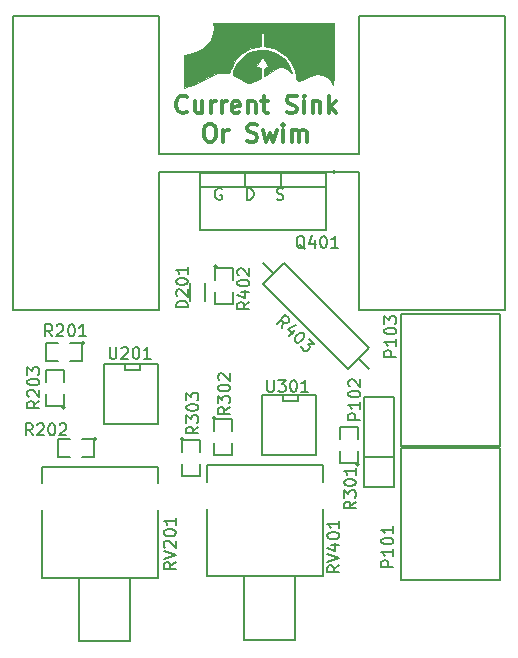
<source format=gbr>
G04 #@! TF.FileFunction,Legend,Top*
%FSLAX46Y46*%
G04 Gerber Fmt 4.6, Leading zero omitted, Abs format (unit mm)*
G04 Created by KiCad (PCBNEW 0.201502010101+5397~21~ubuntu14.04.1-product) date Tue 24 Feb 2015 10:52:37 PM EST*
%MOMM*%
G01*
G04 APERTURE LIST*
%ADD10C,0.100000*%
%ADD11C,0.300000*%
%ADD12C,0.150000*%
%ADD13R,0.700000X0.600000*%
%ADD14O,1.501140X2.499360*%
%ADD15R,0.889000X1.397000*%
%ADD16R,1.397000X0.889000*%
%ADD17C,1.998980*%
%ADD18R,1.143000X0.508000*%
%ADD19C,2.311400*%
%ADD20R,2.540000X2.540000*%
%ADD21O,2.540000X2.540000*%
%ADD22R,2.032000X1.727200*%
%ADD23O,2.032000X1.727200*%
%ADD24C,2.000000*%
%ADD25O,2.000000X2.200000*%
G04 APERTURE END LIST*
D10*
D11*
X120924572Y-43912714D02*
X120853143Y-43984143D01*
X120638857Y-44055571D01*
X120496000Y-44055571D01*
X120281715Y-43984143D01*
X120138857Y-43841286D01*
X120067429Y-43698429D01*
X119996000Y-43412714D01*
X119996000Y-43198429D01*
X120067429Y-42912714D01*
X120138857Y-42769857D01*
X120281715Y-42627000D01*
X120496000Y-42555571D01*
X120638857Y-42555571D01*
X120853143Y-42627000D01*
X120924572Y-42698429D01*
X122210286Y-43055571D02*
X122210286Y-44055571D01*
X121567429Y-43055571D02*
X121567429Y-43841286D01*
X121638857Y-43984143D01*
X121781715Y-44055571D01*
X121996000Y-44055571D01*
X122138857Y-43984143D01*
X122210286Y-43912714D01*
X122924572Y-44055571D02*
X122924572Y-43055571D01*
X122924572Y-43341286D02*
X122996000Y-43198429D01*
X123067429Y-43127000D01*
X123210286Y-43055571D01*
X123353143Y-43055571D01*
X123853143Y-44055571D02*
X123853143Y-43055571D01*
X123853143Y-43341286D02*
X123924571Y-43198429D01*
X123996000Y-43127000D01*
X124138857Y-43055571D01*
X124281714Y-43055571D01*
X125353142Y-43984143D02*
X125210285Y-44055571D01*
X124924571Y-44055571D01*
X124781714Y-43984143D01*
X124710285Y-43841286D01*
X124710285Y-43269857D01*
X124781714Y-43127000D01*
X124924571Y-43055571D01*
X125210285Y-43055571D01*
X125353142Y-43127000D01*
X125424571Y-43269857D01*
X125424571Y-43412714D01*
X124710285Y-43555571D01*
X126067428Y-43055571D02*
X126067428Y-44055571D01*
X126067428Y-43198429D02*
X126138856Y-43127000D01*
X126281714Y-43055571D01*
X126495999Y-43055571D01*
X126638856Y-43127000D01*
X126710285Y-43269857D01*
X126710285Y-44055571D01*
X127210285Y-43055571D02*
X127781714Y-43055571D01*
X127424571Y-42555571D02*
X127424571Y-43841286D01*
X127495999Y-43984143D01*
X127638857Y-44055571D01*
X127781714Y-44055571D01*
X129353142Y-43984143D02*
X129567428Y-44055571D01*
X129924571Y-44055571D01*
X130067428Y-43984143D01*
X130138857Y-43912714D01*
X130210285Y-43769857D01*
X130210285Y-43627000D01*
X130138857Y-43484143D01*
X130067428Y-43412714D01*
X129924571Y-43341286D01*
X129638857Y-43269857D01*
X129495999Y-43198429D01*
X129424571Y-43127000D01*
X129353142Y-42984143D01*
X129353142Y-42841286D01*
X129424571Y-42698429D01*
X129495999Y-42627000D01*
X129638857Y-42555571D01*
X129995999Y-42555571D01*
X130210285Y-42627000D01*
X130853142Y-44055571D02*
X130853142Y-43055571D01*
X130853142Y-42555571D02*
X130781713Y-42627000D01*
X130853142Y-42698429D01*
X130924570Y-42627000D01*
X130853142Y-42555571D01*
X130853142Y-42698429D01*
X131567428Y-43055571D02*
X131567428Y-44055571D01*
X131567428Y-43198429D02*
X131638856Y-43127000D01*
X131781714Y-43055571D01*
X131995999Y-43055571D01*
X132138856Y-43127000D01*
X132210285Y-43269857D01*
X132210285Y-44055571D01*
X132924571Y-44055571D02*
X132924571Y-42555571D01*
X133067428Y-43484143D02*
X133495999Y-44055571D01*
X133495999Y-43055571D02*
X132924571Y-43627000D01*
X122710286Y-44955571D02*
X122996000Y-44955571D01*
X123138858Y-45027000D01*
X123281715Y-45169857D01*
X123353143Y-45455571D01*
X123353143Y-45955571D01*
X123281715Y-46241286D01*
X123138858Y-46384143D01*
X122996000Y-46455571D01*
X122710286Y-46455571D01*
X122567429Y-46384143D01*
X122424572Y-46241286D01*
X122353143Y-45955571D01*
X122353143Y-45455571D01*
X122424572Y-45169857D01*
X122567429Y-45027000D01*
X122710286Y-44955571D01*
X123996001Y-46455571D02*
X123996001Y-45455571D01*
X123996001Y-45741286D02*
X124067429Y-45598429D01*
X124138858Y-45527000D01*
X124281715Y-45455571D01*
X124424572Y-45455571D01*
X125996000Y-46384143D02*
X126210286Y-46455571D01*
X126567429Y-46455571D01*
X126710286Y-46384143D01*
X126781715Y-46312714D01*
X126853143Y-46169857D01*
X126853143Y-46027000D01*
X126781715Y-45884143D01*
X126710286Y-45812714D01*
X126567429Y-45741286D01*
X126281715Y-45669857D01*
X126138857Y-45598429D01*
X126067429Y-45527000D01*
X125996000Y-45384143D01*
X125996000Y-45241286D01*
X126067429Y-45098429D01*
X126138857Y-45027000D01*
X126281715Y-44955571D01*
X126638857Y-44955571D01*
X126853143Y-45027000D01*
X127353143Y-45455571D02*
X127638857Y-46455571D01*
X127924571Y-45741286D01*
X128210286Y-46455571D01*
X128496000Y-45455571D01*
X129067429Y-46455571D02*
X129067429Y-45455571D01*
X129067429Y-44955571D02*
X128996000Y-45027000D01*
X129067429Y-45098429D01*
X129138857Y-45027000D01*
X129067429Y-44955571D01*
X129067429Y-45098429D01*
X129781715Y-46455571D02*
X129781715Y-45455571D01*
X129781715Y-45598429D02*
X129853143Y-45527000D01*
X129996001Y-45455571D01*
X130210286Y-45455571D01*
X130353143Y-45527000D01*
X130424572Y-45669857D01*
X130424572Y-46455571D01*
X130424572Y-45669857D02*
X130496001Y-45527000D01*
X130638858Y-45455571D01*
X130853143Y-45455571D01*
X130996001Y-45527000D01*
X131067429Y-45669857D01*
X131067429Y-46455571D01*
D12*
X121193000Y-58401000D02*
X121193000Y-59951000D01*
X122393000Y-58401000D02*
X122393000Y-59951000D01*
X125857000Y-49149000D02*
X125857000Y-50292000D01*
X128905000Y-49149000D02*
X128905000Y-50292000D01*
X132715000Y-50292000D02*
X132715000Y-53975000D01*
X132715000Y-53975000D02*
X122047000Y-53975000D01*
X122047000Y-53975000D02*
X122047000Y-50292000D01*
X132715000Y-49149000D02*
X132715000Y-50292000D01*
X132715000Y-50292000D02*
X122047000Y-50292000D01*
X122047000Y-50292000D02*
X122047000Y-49149000D01*
X127381000Y-49149000D02*
X122047000Y-49149000D01*
X127381000Y-49149000D02*
X132715000Y-49149000D01*
X112268000Y-63500000D02*
G75*
G03X112268000Y-63500000I-127000J0D01*
G01*
X110998000Y-63500000D02*
X112014000Y-63500000D01*
X112014000Y-63500000D02*
X112014000Y-65024000D01*
X112014000Y-65024000D02*
X110998000Y-65024000D01*
X109982000Y-65024000D02*
X108966000Y-65024000D01*
X108966000Y-65024000D02*
X108966000Y-63500000D01*
X108966000Y-63500000D02*
X109982000Y-63500000D01*
X113284000Y-71628000D02*
G75*
G03X113284000Y-71628000I-127000J0D01*
G01*
X112014000Y-71628000D02*
X113030000Y-71628000D01*
X113030000Y-71628000D02*
X113030000Y-73152000D01*
X113030000Y-73152000D02*
X112014000Y-73152000D01*
X110998000Y-73152000D02*
X109982000Y-73152000D01*
X109982000Y-73152000D02*
X109982000Y-71628000D01*
X109982000Y-71628000D02*
X110998000Y-71628000D01*
X110617000Y-68961000D02*
G75*
G03X110617000Y-68961000I-127000J0D01*
G01*
X110490000Y-67818000D02*
X110490000Y-68834000D01*
X110490000Y-68834000D02*
X108966000Y-68834000D01*
X108966000Y-68834000D02*
X108966000Y-67818000D01*
X108966000Y-66802000D02*
X108966000Y-65786000D01*
X108966000Y-65786000D02*
X110490000Y-65786000D01*
X110490000Y-65786000D02*
X110490000Y-66802000D01*
X135509000Y-73787000D02*
G75*
G03X135509000Y-73787000I-127000J0D01*
G01*
X135382000Y-72644000D02*
X135382000Y-73660000D01*
X135382000Y-73660000D02*
X133858000Y-73660000D01*
X133858000Y-73660000D02*
X133858000Y-72644000D01*
X133858000Y-71628000D02*
X133858000Y-70612000D01*
X133858000Y-70612000D02*
X135382000Y-70612000D01*
X135382000Y-70612000D02*
X135382000Y-71628000D01*
X123317000Y-69850000D02*
G75*
G03X123317000Y-69850000I-127000J0D01*
G01*
X123190000Y-70993000D02*
X123190000Y-69977000D01*
X123190000Y-69977000D02*
X124714000Y-69977000D01*
X124714000Y-69977000D02*
X124714000Y-70993000D01*
X124714000Y-72009000D02*
X124714000Y-73025000D01*
X124714000Y-73025000D02*
X123190000Y-73025000D01*
X123190000Y-73025000D02*
X123190000Y-72009000D01*
X120650000Y-71628000D02*
G75*
G03X120650000Y-71628000I-127000J0D01*
G01*
X120523000Y-72771000D02*
X120523000Y-71755000D01*
X120523000Y-71755000D02*
X122047000Y-71755000D01*
X122047000Y-71755000D02*
X122047000Y-72771000D01*
X122047000Y-73787000D02*
X122047000Y-74803000D01*
X122047000Y-74803000D02*
X120523000Y-74803000D01*
X120523000Y-74803000D02*
X120523000Y-73787000D01*
X123444000Y-57023000D02*
G75*
G03X123444000Y-57023000I-127000J0D01*
G01*
X123317000Y-58166000D02*
X123317000Y-57150000D01*
X123317000Y-57150000D02*
X124841000Y-57150000D01*
X124841000Y-57150000D02*
X124841000Y-58166000D01*
X124841000Y-59182000D02*
X124841000Y-60198000D01*
X124841000Y-60198000D02*
X123317000Y-60198000D01*
X123317000Y-60198000D02*
X123317000Y-59182000D01*
X129131923Y-56723872D02*
X127335872Y-58519923D01*
X127335872Y-58519923D02*
X134520077Y-65704128D01*
X134520077Y-65704128D02*
X136316128Y-63908077D01*
X136316128Y-63908077D02*
X129131923Y-56723872D01*
X136316128Y-65704128D02*
X135418102Y-64806102D01*
X127335872Y-56723872D02*
X128233898Y-57621898D01*
X118491000Y-65278000D02*
X118491000Y-70358000D01*
X118491000Y-70358000D02*
X113919000Y-70358000D01*
X113919000Y-70358000D02*
X113919000Y-65278000D01*
X113919000Y-65278000D02*
X118491000Y-65278000D01*
X116967000Y-65278000D02*
X116967000Y-65786000D01*
X116967000Y-65786000D02*
X115697000Y-65786000D01*
X115697000Y-65786000D02*
X115697000Y-65278000D01*
X131826000Y-67945000D02*
X131826000Y-73025000D01*
X131826000Y-73025000D02*
X127254000Y-73025000D01*
X127254000Y-73025000D02*
X127254000Y-67945000D01*
X127254000Y-67945000D02*
X131826000Y-67945000D01*
X130302000Y-67945000D02*
X130302000Y-68453000D01*
X130302000Y-68453000D02*
X129032000Y-68453000D01*
X129032000Y-68453000D02*
X129032000Y-67945000D01*
X118503700Y-60706000D02*
X106197400Y-60706000D01*
X147802600Y-60706000D02*
X135496300Y-60706000D01*
X135496300Y-35814000D02*
X147802600Y-35814000D01*
X106197400Y-35814000D02*
X118503700Y-35814000D01*
X135496300Y-49009300D02*
X135496300Y-60706000D01*
X118503700Y-49009300D02*
X118503700Y-60706000D01*
X118503700Y-47510700D02*
X118503700Y-35814000D01*
X135496300Y-47510700D02*
X135496300Y-35814000D01*
X118503700Y-49009300D02*
X135496300Y-49009300D01*
X118503700Y-47510700D02*
X135496300Y-47510700D01*
X147802600Y-35814000D02*
X147802600Y-60706000D01*
X106197400Y-60706000D02*
X106197400Y-35814000D01*
X139065000Y-83566000D02*
X147447000Y-83566000D01*
X147447000Y-81788000D02*
X147447000Y-77978000D01*
X147447000Y-83566000D02*
X147447000Y-72390000D01*
X147447000Y-72390000D02*
X139065000Y-72390000D01*
X139065000Y-72390000D02*
X139065000Y-83566000D01*
X139065000Y-72263000D02*
X147447000Y-72263000D01*
X147447000Y-70485000D02*
X147447000Y-66675000D01*
X147447000Y-72263000D02*
X147447000Y-61087000D01*
X147447000Y-61087000D02*
X139065000Y-61087000D01*
X139065000Y-61087000D02*
X139065000Y-72263000D01*
X138430000Y-73152000D02*
X138430000Y-68072000D01*
X138430000Y-68072000D02*
X135890000Y-68072000D01*
X135890000Y-68072000D02*
X135890000Y-73152000D01*
X135890000Y-75692000D02*
X135890000Y-73152000D01*
X135890000Y-73152000D02*
X138430000Y-73152000D01*
X135890000Y-75692000D02*
X138430000Y-75692000D01*
X138430000Y-75692000D02*
X138430000Y-73152000D01*
X111760000Y-83439000D02*
X111760000Y-88773000D01*
X111760000Y-88773000D02*
X116078000Y-88773000D01*
X116078000Y-88773000D02*
X116078000Y-83439000D01*
X108638000Y-73983000D02*
X118438000Y-73983000D01*
X108638000Y-83383000D02*
X118438000Y-83383000D01*
X118438000Y-73983000D02*
X118438000Y-83383000D01*
X108638000Y-73983000D02*
X108638000Y-83383000D01*
X125730000Y-83312000D02*
X125730000Y-88646000D01*
X125730000Y-88646000D02*
X130048000Y-88646000D01*
X130048000Y-88646000D02*
X130048000Y-83312000D01*
X122608000Y-73856000D02*
X132408000Y-73856000D01*
X122608000Y-83256000D02*
X132408000Y-83256000D01*
X132408000Y-73856000D02*
X132408000Y-83256000D01*
X122608000Y-73856000D02*
X122608000Y-83256000D01*
D10*
G36*
X133332589Y-49047175D02*
X133321406Y-49085500D01*
X133290503Y-49096136D01*
X133278701Y-48979666D01*
X133292007Y-48859471D01*
X133321406Y-48873833D01*
X133332589Y-49047175D01*
X133332589Y-49047175D01*
X133332589Y-49047175D01*
G37*
X133332589Y-49047175D02*
X133321406Y-49085500D01*
X133290503Y-49096136D01*
X133278701Y-48979666D01*
X133292007Y-48859471D01*
X133321406Y-48873833D01*
X133332589Y-49047175D01*
X133332589Y-49047175D01*
G36*
X133350000Y-36449000D02*
X133342364Y-39179500D01*
X133338041Y-39954221D01*
X133329920Y-40593411D01*
X133318217Y-41090526D01*
X133303150Y-41439025D01*
X133284937Y-41632365D01*
X133263794Y-41664004D01*
X133260074Y-41653350D01*
X133070103Y-41287213D01*
X132754746Y-41002869D01*
X132347069Y-40822390D01*
X131932164Y-40767000D01*
X131658011Y-40810884D01*
X131293298Y-40931835D01*
X130987667Y-41065032D01*
X130631328Y-41223777D01*
X130393129Y-41287965D01*
X130245805Y-41249827D01*
X130162094Y-41101596D01*
X130114734Y-40835503D01*
X130112456Y-40815645D01*
X129968407Y-40253246D01*
X129682376Y-39719193D01*
X129281710Y-39241377D01*
X128793760Y-38847690D01*
X128245874Y-38566024D01*
X127783166Y-38440151D01*
X127423333Y-38381449D01*
X127423333Y-37796224D01*
X127415702Y-37476531D01*
X127388292Y-37294443D01*
X127334326Y-37218729D01*
X127296333Y-37211000D01*
X127226956Y-37246162D01*
X127187441Y-37372469D01*
X127171010Y-37621149D01*
X127169333Y-37796224D01*
X127169333Y-38381449D01*
X126818123Y-38440785D01*
X126331150Y-38565439D01*
X125882034Y-38782025D01*
X125582820Y-38981794D01*
X125292910Y-39242853D01*
X125009235Y-39582731D01*
X124769564Y-39948015D01*
X124611668Y-40285290D01*
X124579925Y-40400102D01*
X124541836Y-40554651D01*
X124476649Y-40629126D01*
X124337089Y-40644493D01*
X124079362Y-40622074D01*
X123889566Y-40608301D01*
X123720129Y-40617918D01*
X123536381Y-40661839D01*
X123303651Y-40750975D01*
X122987270Y-40896240D01*
X122585699Y-41092197D01*
X122156554Y-41300234D01*
X121738569Y-41496489D01*
X121376700Y-41660254D01*
X121115903Y-41770817D01*
X121094500Y-41779156D01*
X120650000Y-41949862D01*
X120650000Y-40516952D01*
X120650000Y-39084042D01*
X121052166Y-39024060D01*
X121639648Y-38870012D01*
X122160961Y-38605021D01*
X122595799Y-38250181D01*
X122923858Y-37826588D01*
X123124832Y-37355335D01*
X123178417Y-36857518D01*
X123175785Y-36817891D01*
X123146446Y-36449000D01*
X128248223Y-36449000D01*
X133350000Y-36449000D01*
X133350000Y-36449000D01*
X133350000Y-36449000D01*
G37*
X133350000Y-36449000D02*
X133342364Y-39179500D01*
X133338041Y-39954221D01*
X133329920Y-40593411D01*
X133318217Y-41090526D01*
X133303150Y-41439025D01*
X133284937Y-41632365D01*
X133263794Y-41664004D01*
X133260074Y-41653350D01*
X133070103Y-41287213D01*
X132754746Y-41002869D01*
X132347069Y-40822390D01*
X131932164Y-40767000D01*
X131658011Y-40810884D01*
X131293298Y-40931835D01*
X130987667Y-41065032D01*
X130631328Y-41223777D01*
X130393129Y-41287965D01*
X130245805Y-41249827D01*
X130162094Y-41101596D01*
X130114734Y-40835503D01*
X130112456Y-40815645D01*
X129968407Y-40253246D01*
X129682376Y-39719193D01*
X129281710Y-39241377D01*
X128793760Y-38847690D01*
X128245874Y-38566024D01*
X127783166Y-38440151D01*
X127423333Y-38381449D01*
X127423333Y-37796224D01*
X127415702Y-37476531D01*
X127388292Y-37294443D01*
X127334326Y-37218729D01*
X127296333Y-37211000D01*
X127226956Y-37246162D01*
X127187441Y-37372469D01*
X127171010Y-37621149D01*
X127169333Y-37796224D01*
X127169333Y-38381449D01*
X126818123Y-38440785D01*
X126331150Y-38565439D01*
X125882034Y-38782025D01*
X125582820Y-38981794D01*
X125292910Y-39242853D01*
X125009235Y-39582731D01*
X124769564Y-39948015D01*
X124611668Y-40285290D01*
X124579925Y-40400102D01*
X124541836Y-40554651D01*
X124476649Y-40629126D01*
X124337089Y-40644493D01*
X124079362Y-40622074D01*
X123889566Y-40608301D01*
X123720129Y-40617918D01*
X123536381Y-40661839D01*
X123303651Y-40750975D01*
X122987270Y-40896240D01*
X122585699Y-41092197D01*
X122156554Y-41300234D01*
X121738569Y-41496489D01*
X121376700Y-41660254D01*
X121115903Y-41770817D01*
X121094500Y-41779156D01*
X120650000Y-41949862D01*
X120650000Y-40516952D01*
X120650000Y-39084042D01*
X121052166Y-39024060D01*
X121639648Y-38870012D01*
X122160961Y-38605021D01*
X122595799Y-38250181D01*
X122923858Y-37826588D01*
X123124832Y-37355335D01*
X123178417Y-36857518D01*
X123175785Y-36817891D01*
X123146446Y-36449000D01*
X128248223Y-36449000D01*
X133350000Y-36449000D01*
X133350000Y-36449000D01*
G36*
X129775091Y-40622962D02*
X129742605Y-40637170D01*
X129630231Y-40546687D01*
X129482437Y-40407166D01*
X129215450Y-40191026D01*
X128974172Y-40106330D01*
X128717188Y-40152568D01*
X128403080Y-40329234D01*
X128312062Y-40392797D01*
X128041096Y-40579590D01*
X127788070Y-40741917D01*
X127656166Y-40818305D01*
X127423333Y-40940681D01*
X127423333Y-40557507D01*
X127431990Y-40321553D01*
X127474630Y-40209434D01*
X127576255Y-40175891D01*
X127635000Y-40174333D01*
X127794269Y-40157778D01*
X127846666Y-40126088D01*
X127802955Y-40034364D01*
X127694539Y-39861221D01*
X127555494Y-39656098D01*
X127419898Y-39468433D01*
X127321828Y-39347664D01*
X127296333Y-39327666D01*
X127233110Y-39391082D01*
X127113766Y-39548372D01*
X126972380Y-39750097D01*
X126843026Y-39946819D01*
X126759783Y-40089100D01*
X126746000Y-40126088D01*
X126818632Y-40162390D01*
X126957666Y-40174333D01*
X127078788Y-40186384D01*
X127141917Y-40250132D01*
X127165826Y-40406971D01*
X127169333Y-40641067D01*
X127169333Y-41107801D01*
X126693131Y-41318400D01*
X126434451Y-41428513D01*
X126241169Y-41502839D01*
X126163964Y-41523984D01*
X126070340Y-41484167D01*
X125865081Y-41381990D01*
X125585234Y-41236133D01*
X125450291Y-41164151D01*
X125135596Y-40992278D01*
X124943463Y-40871532D01*
X124846740Y-40773913D01*
X124818280Y-40671425D01*
X124830933Y-40536068D01*
X124832320Y-40526859D01*
X124903065Y-40294870D01*
X125038125Y-40006112D01*
X125141009Y-39829938D01*
X125543280Y-39342257D01*
X126021232Y-38988447D01*
X126551491Y-38765046D01*
X127110679Y-38668589D01*
X127675420Y-38695612D01*
X128222338Y-38842650D01*
X128728057Y-39106239D01*
X129169200Y-39482916D01*
X129522392Y-39969216D01*
X129750310Y-40513000D01*
X129775091Y-40622962D01*
X129775091Y-40622962D01*
X129775091Y-40622962D01*
G37*
X129775091Y-40622962D02*
X129742605Y-40637170D01*
X129630231Y-40546687D01*
X129482437Y-40407166D01*
X129215450Y-40191026D01*
X128974172Y-40106330D01*
X128717188Y-40152568D01*
X128403080Y-40329234D01*
X128312062Y-40392797D01*
X128041096Y-40579590D01*
X127788070Y-40741917D01*
X127656166Y-40818305D01*
X127423333Y-40940681D01*
X127423333Y-40557507D01*
X127431990Y-40321553D01*
X127474630Y-40209434D01*
X127576255Y-40175891D01*
X127635000Y-40174333D01*
X127794269Y-40157778D01*
X127846666Y-40126088D01*
X127802955Y-40034364D01*
X127694539Y-39861221D01*
X127555494Y-39656098D01*
X127419898Y-39468433D01*
X127321828Y-39347664D01*
X127296333Y-39327666D01*
X127233110Y-39391082D01*
X127113766Y-39548372D01*
X126972380Y-39750097D01*
X126843026Y-39946819D01*
X126759783Y-40089100D01*
X126746000Y-40126088D01*
X126818632Y-40162390D01*
X126957666Y-40174333D01*
X127078788Y-40186384D01*
X127141917Y-40250132D01*
X127165826Y-40406971D01*
X127169333Y-40641067D01*
X127169333Y-41107801D01*
X126693131Y-41318400D01*
X126434451Y-41428513D01*
X126241169Y-41502839D01*
X126163964Y-41523984D01*
X126070340Y-41484167D01*
X125865081Y-41381990D01*
X125585234Y-41236133D01*
X125450291Y-41164151D01*
X125135596Y-40992278D01*
X124943463Y-40871532D01*
X124846740Y-40773913D01*
X124818280Y-40671425D01*
X124830933Y-40536068D01*
X124832320Y-40526859D01*
X124903065Y-40294870D01*
X125038125Y-40006112D01*
X125141009Y-39829938D01*
X125543280Y-39342257D01*
X126021232Y-38988447D01*
X126551491Y-38765046D01*
X127110679Y-38668589D01*
X127675420Y-38695612D01*
X128222338Y-38842650D01*
X128728057Y-39106239D01*
X129169200Y-39482916D01*
X129522392Y-39969216D01*
X129750310Y-40513000D01*
X129775091Y-40622962D01*
X129775091Y-40622962D01*
D12*
X120975381Y-60491476D02*
X119975381Y-60491476D01*
X119975381Y-60253381D01*
X120023000Y-60110523D01*
X120118238Y-60015285D01*
X120213476Y-59967666D01*
X120403952Y-59920047D01*
X120546810Y-59920047D01*
X120737286Y-59967666D01*
X120832524Y-60015285D01*
X120927762Y-60110523D01*
X120975381Y-60253381D01*
X120975381Y-60491476D01*
X120070619Y-59539095D02*
X120023000Y-59491476D01*
X119975381Y-59396238D01*
X119975381Y-59158142D01*
X120023000Y-59062904D01*
X120070619Y-59015285D01*
X120165857Y-58967666D01*
X120261095Y-58967666D01*
X120403952Y-59015285D01*
X120975381Y-59586714D01*
X120975381Y-58967666D01*
X119975381Y-58348619D02*
X119975381Y-58253380D01*
X120023000Y-58158142D01*
X120070619Y-58110523D01*
X120165857Y-58062904D01*
X120356333Y-58015285D01*
X120594429Y-58015285D01*
X120784905Y-58062904D01*
X120880143Y-58110523D01*
X120927762Y-58158142D01*
X120975381Y-58253380D01*
X120975381Y-58348619D01*
X120927762Y-58443857D01*
X120880143Y-58491476D01*
X120784905Y-58539095D01*
X120594429Y-58586714D01*
X120356333Y-58586714D01*
X120165857Y-58539095D01*
X120070619Y-58491476D01*
X120023000Y-58443857D01*
X119975381Y-58348619D01*
X120975381Y-57062904D02*
X120975381Y-57634333D01*
X120975381Y-57348619D02*
X119975381Y-57348619D01*
X120118238Y-57443857D01*
X120213476Y-57539095D01*
X120261095Y-57634333D01*
X130905381Y-55538619D02*
X130810143Y-55491000D01*
X130714905Y-55395762D01*
X130572048Y-55252905D01*
X130476809Y-55205286D01*
X130381571Y-55205286D01*
X130429190Y-55443381D02*
X130333952Y-55395762D01*
X130238714Y-55300524D01*
X130191095Y-55110048D01*
X130191095Y-54776714D01*
X130238714Y-54586238D01*
X130333952Y-54491000D01*
X130429190Y-54443381D01*
X130619667Y-54443381D01*
X130714905Y-54491000D01*
X130810143Y-54586238D01*
X130857762Y-54776714D01*
X130857762Y-55110048D01*
X130810143Y-55300524D01*
X130714905Y-55395762D01*
X130619667Y-55443381D01*
X130429190Y-55443381D01*
X131714905Y-54776714D02*
X131714905Y-55443381D01*
X131476809Y-54395762D02*
X131238714Y-55110048D01*
X131857762Y-55110048D01*
X132429190Y-54443381D02*
X132524429Y-54443381D01*
X132619667Y-54491000D01*
X132667286Y-54538619D01*
X132714905Y-54633857D01*
X132762524Y-54824333D01*
X132762524Y-55062429D01*
X132714905Y-55252905D01*
X132667286Y-55348143D01*
X132619667Y-55395762D01*
X132524429Y-55443381D01*
X132429190Y-55443381D01*
X132333952Y-55395762D01*
X132286333Y-55348143D01*
X132238714Y-55252905D01*
X132191095Y-55062429D01*
X132191095Y-54824333D01*
X132238714Y-54633857D01*
X132286333Y-54538619D01*
X132333952Y-54491000D01*
X132429190Y-54443381D01*
X133714905Y-55443381D02*
X133143476Y-55443381D01*
X133429190Y-55443381D02*
X133429190Y-54443381D01*
X133333952Y-54586238D01*
X133238714Y-54681476D01*
X133143476Y-54729095D01*
X128492286Y-51331762D02*
X128635143Y-51379381D01*
X128873239Y-51379381D01*
X128968477Y-51331762D01*
X129016096Y-51284143D01*
X129063715Y-51188905D01*
X129063715Y-51093667D01*
X129016096Y-50998429D01*
X128968477Y-50950810D01*
X128873239Y-50903190D01*
X128682762Y-50855571D01*
X128587524Y-50807952D01*
X128539905Y-50760333D01*
X128492286Y-50665095D01*
X128492286Y-50569857D01*
X128539905Y-50474619D01*
X128587524Y-50427000D01*
X128682762Y-50379381D01*
X128920858Y-50379381D01*
X129063715Y-50427000D01*
X125976095Y-51379381D02*
X125976095Y-50379381D01*
X126214190Y-50379381D01*
X126357048Y-50427000D01*
X126452286Y-50522238D01*
X126499905Y-50617476D01*
X126547524Y-50807952D01*
X126547524Y-50950810D01*
X126499905Y-51141286D01*
X126452286Y-51236524D01*
X126357048Y-51331762D01*
X126214190Y-51379381D01*
X125976095Y-51379381D01*
X123832905Y-50427000D02*
X123737667Y-50379381D01*
X123594810Y-50379381D01*
X123451952Y-50427000D01*
X123356714Y-50522238D01*
X123309095Y-50617476D01*
X123261476Y-50807952D01*
X123261476Y-50950810D01*
X123309095Y-51141286D01*
X123356714Y-51236524D01*
X123451952Y-51331762D01*
X123594810Y-51379381D01*
X123690048Y-51379381D01*
X123832905Y-51331762D01*
X123880524Y-51284143D01*
X123880524Y-50950810D01*
X123690048Y-50950810D01*
X109497953Y-62936381D02*
X109164619Y-62460190D01*
X108926524Y-62936381D02*
X108926524Y-61936381D01*
X109307477Y-61936381D01*
X109402715Y-61984000D01*
X109450334Y-62031619D01*
X109497953Y-62126857D01*
X109497953Y-62269714D01*
X109450334Y-62364952D01*
X109402715Y-62412571D01*
X109307477Y-62460190D01*
X108926524Y-62460190D01*
X109878905Y-62031619D02*
X109926524Y-61984000D01*
X110021762Y-61936381D01*
X110259858Y-61936381D01*
X110355096Y-61984000D01*
X110402715Y-62031619D01*
X110450334Y-62126857D01*
X110450334Y-62222095D01*
X110402715Y-62364952D01*
X109831286Y-62936381D01*
X110450334Y-62936381D01*
X111069381Y-61936381D02*
X111164620Y-61936381D01*
X111259858Y-61984000D01*
X111307477Y-62031619D01*
X111355096Y-62126857D01*
X111402715Y-62317333D01*
X111402715Y-62555429D01*
X111355096Y-62745905D01*
X111307477Y-62841143D01*
X111259858Y-62888762D01*
X111164620Y-62936381D01*
X111069381Y-62936381D01*
X110974143Y-62888762D01*
X110926524Y-62841143D01*
X110878905Y-62745905D01*
X110831286Y-62555429D01*
X110831286Y-62317333D01*
X110878905Y-62126857D01*
X110926524Y-62031619D01*
X110974143Y-61984000D01*
X111069381Y-61936381D01*
X112355096Y-62936381D02*
X111783667Y-62936381D01*
X112069381Y-62936381D02*
X112069381Y-61936381D01*
X111974143Y-62079238D01*
X111878905Y-62174476D01*
X111783667Y-62222095D01*
X107846953Y-71318381D02*
X107513619Y-70842190D01*
X107275524Y-71318381D02*
X107275524Y-70318381D01*
X107656477Y-70318381D01*
X107751715Y-70366000D01*
X107799334Y-70413619D01*
X107846953Y-70508857D01*
X107846953Y-70651714D01*
X107799334Y-70746952D01*
X107751715Y-70794571D01*
X107656477Y-70842190D01*
X107275524Y-70842190D01*
X108227905Y-70413619D02*
X108275524Y-70366000D01*
X108370762Y-70318381D01*
X108608858Y-70318381D01*
X108704096Y-70366000D01*
X108751715Y-70413619D01*
X108799334Y-70508857D01*
X108799334Y-70604095D01*
X108751715Y-70746952D01*
X108180286Y-71318381D01*
X108799334Y-71318381D01*
X109418381Y-70318381D02*
X109513620Y-70318381D01*
X109608858Y-70366000D01*
X109656477Y-70413619D01*
X109704096Y-70508857D01*
X109751715Y-70699333D01*
X109751715Y-70937429D01*
X109704096Y-71127905D01*
X109656477Y-71223143D01*
X109608858Y-71270762D01*
X109513620Y-71318381D01*
X109418381Y-71318381D01*
X109323143Y-71270762D01*
X109275524Y-71223143D01*
X109227905Y-71127905D01*
X109180286Y-70937429D01*
X109180286Y-70699333D01*
X109227905Y-70508857D01*
X109275524Y-70413619D01*
X109323143Y-70366000D01*
X109418381Y-70318381D01*
X110132667Y-70413619D02*
X110180286Y-70366000D01*
X110275524Y-70318381D01*
X110513620Y-70318381D01*
X110608858Y-70366000D01*
X110656477Y-70413619D01*
X110704096Y-70508857D01*
X110704096Y-70604095D01*
X110656477Y-70746952D01*
X110085048Y-71318381D01*
X110704096Y-71318381D01*
X108402381Y-68429047D02*
X107926190Y-68762381D01*
X108402381Y-69000476D02*
X107402381Y-69000476D01*
X107402381Y-68619523D01*
X107450000Y-68524285D01*
X107497619Y-68476666D01*
X107592857Y-68429047D01*
X107735714Y-68429047D01*
X107830952Y-68476666D01*
X107878571Y-68524285D01*
X107926190Y-68619523D01*
X107926190Y-69000476D01*
X107497619Y-68048095D02*
X107450000Y-68000476D01*
X107402381Y-67905238D01*
X107402381Y-67667142D01*
X107450000Y-67571904D01*
X107497619Y-67524285D01*
X107592857Y-67476666D01*
X107688095Y-67476666D01*
X107830952Y-67524285D01*
X108402381Y-68095714D01*
X108402381Y-67476666D01*
X107402381Y-66857619D02*
X107402381Y-66762380D01*
X107450000Y-66667142D01*
X107497619Y-66619523D01*
X107592857Y-66571904D01*
X107783333Y-66524285D01*
X108021429Y-66524285D01*
X108211905Y-66571904D01*
X108307143Y-66619523D01*
X108354762Y-66667142D01*
X108402381Y-66762380D01*
X108402381Y-66857619D01*
X108354762Y-66952857D01*
X108307143Y-67000476D01*
X108211905Y-67048095D01*
X108021429Y-67095714D01*
X107783333Y-67095714D01*
X107592857Y-67048095D01*
X107497619Y-67000476D01*
X107450000Y-66952857D01*
X107402381Y-66857619D01*
X107402381Y-66190952D02*
X107402381Y-65571904D01*
X107783333Y-65905238D01*
X107783333Y-65762380D01*
X107830952Y-65667142D01*
X107878571Y-65619523D01*
X107973810Y-65571904D01*
X108211905Y-65571904D01*
X108307143Y-65619523D01*
X108354762Y-65667142D01*
X108402381Y-65762380D01*
X108402381Y-66048095D01*
X108354762Y-66143333D01*
X108307143Y-66190952D01*
X135199381Y-76938047D02*
X134723190Y-77271381D01*
X135199381Y-77509476D02*
X134199381Y-77509476D01*
X134199381Y-77128523D01*
X134247000Y-77033285D01*
X134294619Y-76985666D01*
X134389857Y-76938047D01*
X134532714Y-76938047D01*
X134627952Y-76985666D01*
X134675571Y-77033285D01*
X134723190Y-77128523D01*
X134723190Y-77509476D01*
X134199381Y-76604714D02*
X134199381Y-75985666D01*
X134580333Y-76319000D01*
X134580333Y-76176142D01*
X134627952Y-76080904D01*
X134675571Y-76033285D01*
X134770810Y-75985666D01*
X135008905Y-75985666D01*
X135104143Y-76033285D01*
X135151762Y-76080904D01*
X135199381Y-76176142D01*
X135199381Y-76461857D01*
X135151762Y-76557095D01*
X135104143Y-76604714D01*
X134199381Y-75366619D02*
X134199381Y-75271380D01*
X134247000Y-75176142D01*
X134294619Y-75128523D01*
X134389857Y-75080904D01*
X134580333Y-75033285D01*
X134818429Y-75033285D01*
X135008905Y-75080904D01*
X135104143Y-75128523D01*
X135151762Y-75176142D01*
X135199381Y-75271380D01*
X135199381Y-75366619D01*
X135151762Y-75461857D01*
X135104143Y-75509476D01*
X135008905Y-75557095D01*
X134818429Y-75604714D01*
X134580333Y-75604714D01*
X134389857Y-75557095D01*
X134294619Y-75509476D01*
X134247000Y-75461857D01*
X134199381Y-75366619D01*
X135199381Y-74080904D02*
X135199381Y-74652333D01*
X135199381Y-74366619D02*
X134199381Y-74366619D01*
X134342238Y-74461857D01*
X134437476Y-74557095D01*
X134485095Y-74652333D01*
X124531381Y-68937047D02*
X124055190Y-69270381D01*
X124531381Y-69508476D02*
X123531381Y-69508476D01*
X123531381Y-69127523D01*
X123579000Y-69032285D01*
X123626619Y-68984666D01*
X123721857Y-68937047D01*
X123864714Y-68937047D01*
X123959952Y-68984666D01*
X124007571Y-69032285D01*
X124055190Y-69127523D01*
X124055190Y-69508476D01*
X123531381Y-68603714D02*
X123531381Y-67984666D01*
X123912333Y-68318000D01*
X123912333Y-68175142D01*
X123959952Y-68079904D01*
X124007571Y-68032285D01*
X124102810Y-67984666D01*
X124340905Y-67984666D01*
X124436143Y-68032285D01*
X124483762Y-68079904D01*
X124531381Y-68175142D01*
X124531381Y-68460857D01*
X124483762Y-68556095D01*
X124436143Y-68603714D01*
X123531381Y-67365619D02*
X123531381Y-67270380D01*
X123579000Y-67175142D01*
X123626619Y-67127523D01*
X123721857Y-67079904D01*
X123912333Y-67032285D01*
X124150429Y-67032285D01*
X124340905Y-67079904D01*
X124436143Y-67127523D01*
X124483762Y-67175142D01*
X124531381Y-67270380D01*
X124531381Y-67365619D01*
X124483762Y-67460857D01*
X124436143Y-67508476D01*
X124340905Y-67556095D01*
X124150429Y-67603714D01*
X123912333Y-67603714D01*
X123721857Y-67556095D01*
X123626619Y-67508476D01*
X123579000Y-67460857D01*
X123531381Y-67365619D01*
X123626619Y-66651333D02*
X123579000Y-66603714D01*
X123531381Y-66508476D01*
X123531381Y-66270380D01*
X123579000Y-66175142D01*
X123626619Y-66127523D01*
X123721857Y-66079904D01*
X123817095Y-66079904D01*
X123959952Y-66127523D01*
X124531381Y-66698952D01*
X124531381Y-66079904D01*
X121864381Y-70588047D02*
X121388190Y-70921381D01*
X121864381Y-71159476D02*
X120864381Y-71159476D01*
X120864381Y-70778523D01*
X120912000Y-70683285D01*
X120959619Y-70635666D01*
X121054857Y-70588047D01*
X121197714Y-70588047D01*
X121292952Y-70635666D01*
X121340571Y-70683285D01*
X121388190Y-70778523D01*
X121388190Y-71159476D01*
X120864381Y-70254714D02*
X120864381Y-69635666D01*
X121245333Y-69969000D01*
X121245333Y-69826142D01*
X121292952Y-69730904D01*
X121340571Y-69683285D01*
X121435810Y-69635666D01*
X121673905Y-69635666D01*
X121769143Y-69683285D01*
X121816762Y-69730904D01*
X121864381Y-69826142D01*
X121864381Y-70111857D01*
X121816762Y-70207095D01*
X121769143Y-70254714D01*
X120864381Y-69016619D02*
X120864381Y-68921380D01*
X120912000Y-68826142D01*
X120959619Y-68778523D01*
X121054857Y-68730904D01*
X121245333Y-68683285D01*
X121483429Y-68683285D01*
X121673905Y-68730904D01*
X121769143Y-68778523D01*
X121816762Y-68826142D01*
X121864381Y-68921380D01*
X121864381Y-69016619D01*
X121816762Y-69111857D01*
X121769143Y-69159476D01*
X121673905Y-69207095D01*
X121483429Y-69254714D01*
X121245333Y-69254714D01*
X121054857Y-69207095D01*
X120959619Y-69159476D01*
X120912000Y-69111857D01*
X120864381Y-69016619D01*
X120864381Y-68349952D02*
X120864381Y-67730904D01*
X121245333Y-68064238D01*
X121245333Y-67921380D01*
X121292952Y-67826142D01*
X121340571Y-67778523D01*
X121435810Y-67730904D01*
X121673905Y-67730904D01*
X121769143Y-67778523D01*
X121816762Y-67826142D01*
X121864381Y-67921380D01*
X121864381Y-68207095D01*
X121816762Y-68302333D01*
X121769143Y-68349952D01*
X126182381Y-60047047D02*
X125706190Y-60380381D01*
X126182381Y-60618476D02*
X125182381Y-60618476D01*
X125182381Y-60237523D01*
X125230000Y-60142285D01*
X125277619Y-60094666D01*
X125372857Y-60047047D01*
X125515714Y-60047047D01*
X125610952Y-60094666D01*
X125658571Y-60142285D01*
X125706190Y-60237523D01*
X125706190Y-60618476D01*
X125515714Y-59189904D02*
X126182381Y-59189904D01*
X125134762Y-59428000D02*
X125849048Y-59666095D01*
X125849048Y-59047047D01*
X125182381Y-58475619D02*
X125182381Y-58380380D01*
X125230000Y-58285142D01*
X125277619Y-58237523D01*
X125372857Y-58189904D01*
X125563333Y-58142285D01*
X125801429Y-58142285D01*
X125991905Y-58189904D01*
X126087143Y-58237523D01*
X126134762Y-58285142D01*
X126182381Y-58380380D01*
X126182381Y-58475619D01*
X126134762Y-58570857D01*
X126087143Y-58618476D01*
X125991905Y-58666095D01*
X125801429Y-58713714D01*
X125563333Y-58713714D01*
X125372857Y-58666095D01*
X125277619Y-58618476D01*
X125230000Y-58570857D01*
X125182381Y-58475619D01*
X125277619Y-57761333D02*
X125230000Y-57713714D01*
X125182381Y-57618476D01*
X125182381Y-57380380D01*
X125230000Y-57285142D01*
X125277619Y-57237523D01*
X125372857Y-57189904D01*
X125468095Y-57189904D01*
X125610952Y-57237523D01*
X126182381Y-57808952D01*
X126182381Y-57189904D01*
X128936833Y-62266596D02*
X129037848Y-61694175D01*
X128532771Y-61862535D02*
X129239878Y-61155428D01*
X129509253Y-61424802D01*
X129542924Y-61525817D01*
X129542924Y-61593161D01*
X129509253Y-61694176D01*
X129408237Y-61795191D01*
X129307222Y-61828863D01*
X129239879Y-61828863D01*
X129138864Y-61795191D01*
X128869489Y-61525817D01*
X130014329Y-62401283D02*
X129542924Y-62872688D01*
X130115343Y-61963550D02*
X129441908Y-62300268D01*
X129879641Y-62738001D01*
X130755107Y-62670657D02*
X130822451Y-62738001D01*
X130856123Y-62839016D01*
X130856123Y-62906359D01*
X130822451Y-63007374D01*
X130721436Y-63175733D01*
X130553076Y-63344092D01*
X130384718Y-63445107D01*
X130283703Y-63478779D01*
X130216359Y-63478779D01*
X130115344Y-63445107D01*
X130048000Y-63377763D01*
X130014328Y-63276748D01*
X130014328Y-63209405D01*
X130048000Y-63108390D01*
X130149015Y-62940031D01*
X130317374Y-62771672D01*
X130485733Y-62670657D01*
X130586748Y-62636985D01*
X130654092Y-62636985D01*
X130755107Y-62670657D01*
X131226512Y-63142061D02*
X131664245Y-63579794D01*
X131159168Y-63613465D01*
X131260184Y-63714481D01*
X131293856Y-63815496D01*
X131293856Y-63882840D01*
X131260183Y-63983856D01*
X131091825Y-64152214D01*
X130990810Y-64185886D01*
X130923466Y-64185886D01*
X130822451Y-64152214D01*
X130620420Y-63950183D01*
X130586748Y-63849168D01*
X130586748Y-63781825D01*
X114363714Y-63841381D02*
X114363714Y-64650905D01*
X114411333Y-64746143D01*
X114458952Y-64793762D01*
X114554190Y-64841381D01*
X114744667Y-64841381D01*
X114839905Y-64793762D01*
X114887524Y-64746143D01*
X114935143Y-64650905D01*
X114935143Y-63841381D01*
X115363714Y-63936619D02*
X115411333Y-63889000D01*
X115506571Y-63841381D01*
X115744667Y-63841381D01*
X115839905Y-63889000D01*
X115887524Y-63936619D01*
X115935143Y-64031857D01*
X115935143Y-64127095D01*
X115887524Y-64269952D01*
X115316095Y-64841381D01*
X115935143Y-64841381D01*
X116554190Y-63841381D02*
X116649429Y-63841381D01*
X116744667Y-63889000D01*
X116792286Y-63936619D01*
X116839905Y-64031857D01*
X116887524Y-64222333D01*
X116887524Y-64460429D01*
X116839905Y-64650905D01*
X116792286Y-64746143D01*
X116744667Y-64793762D01*
X116649429Y-64841381D01*
X116554190Y-64841381D01*
X116458952Y-64793762D01*
X116411333Y-64746143D01*
X116363714Y-64650905D01*
X116316095Y-64460429D01*
X116316095Y-64222333D01*
X116363714Y-64031857D01*
X116411333Y-63936619D01*
X116458952Y-63889000D01*
X116554190Y-63841381D01*
X117839905Y-64841381D02*
X117268476Y-64841381D01*
X117554190Y-64841381D02*
X117554190Y-63841381D01*
X117458952Y-63984238D01*
X117363714Y-64079476D01*
X117268476Y-64127095D01*
X127698714Y-66635381D02*
X127698714Y-67444905D01*
X127746333Y-67540143D01*
X127793952Y-67587762D01*
X127889190Y-67635381D01*
X128079667Y-67635381D01*
X128174905Y-67587762D01*
X128222524Y-67540143D01*
X128270143Y-67444905D01*
X128270143Y-66635381D01*
X128651095Y-66635381D02*
X129270143Y-66635381D01*
X128936809Y-67016333D01*
X129079667Y-67016333D01*
X129174905Y-67063952D01*
X129222524Y-67111571D01*
X129270143Y-67206810D01*
X129270143Y-67444905D01*
X129222524Y-67540143D01*
X129174905Y-67587762D01*
X129079667Y-67635381D01*
X128793952Y-67635381D01*
X128698714Y-67587762D01*
X128651095Y-67540143D01*
X129889190Y-66635381D02*
X129984429Y-66635381D01*
X130079667Y-66683000D01*
X130127286Y-66730619D01*
X130174905Y-66825857D01*
X130222524Y-67016333D01*
X130222524Y-67254429D01*
X130174905Y-67444905D01*
X130127286Y-67540143D01*
X130079667Y-67587762D01*
X129984429Y-67635381D01*
X129889190Y-67635381D01*
X129793952Y-67587762D01*
X129746333Y-67540143D01*
X129698714Y-67444905D01*
X129651095Y-67254429D01*
X129651095Y-67016333D01*
X129698714Y-66825857D01*
X129746333Y-66730619D01*
X129793952Y-66683000D01*
X129889190Y-66635381D01*
X131174905Y-67635381D02*
X130603476Y-67635381D01*
X130889190Y-67635381D02*
X130889190Y-66635381D01*
X130793952Y-66778238D01*
X130698714Y-66873476D01*
X130603476Y-66921095D01*
X138374381Y-82462476D02*
X137374381Y-82462476D01*
X137374381Y-82081523D01*
X137422000Y-81986285D01*
X137469619Y-81938666D01*
X137564857Y-81891047D01*
X137707714Y-81891047D01*
X137802952Y-81938666D01*
X137850571Y-81986285D01*
X137898190Y-82081523D01*
X137898190Y-82462476D01*
X138374381Y-80938666D02*
X138374381Y-81510095D01*
X138374381Y-81224381D02*
X137374381Y-81224381D01*
X137517238Y-81319619D01*
X137612476Y-81414857D01*
X137660095Y-81510095D01*
X137374381Y-80319619D02*
X137374381Y-80224380D01*
X137422000Y-80129142D01*
X137469619Y-80081523D01*
X137564857Y-80033904D01*
X137755333Y-79986285D01*
X137993429Y-79986285D01*
X138183905Y-80033904D01*
X138279143Y-80081523D01*
X138326762Y-80129142D01*
X138374381Y-80224380D01*
X138374381Y-80319619D01*
X138326762Y-80414857D01*
X138279143Y-80462476D01*
X138183905Y-80510095D01*
X137993429Y-80557714D01*
X137755333Y-80557714D01*
X137564857Y-80510095D01*
X137469619Y-80462476D01*
X137422000Y-80414857D01*
X137374381Y-80319619D01*
X138374381Y-79033904D02*
X138374381Y-79605333D01*
X138374381Y-79319619D02*
X137374381Y-79319619D01*
X137517238Y-79414857D01*
X137612476Y-79510095D01*
X137660095Y-79605333D01*
X138628381Y-64682476D02*
X137628381Y-64682476D01*
X137628381Y-64301523D01*
X137676000Y-64206285D01*
X137723619Y-64158666D01*
X137818857Y-64111047D01*
X137961714Y-64111047D01*
X138056952Y-64158666D01*
X138104571Y-64206285D01*
X138152190Y-64301523D01*
X138152190Y-64682476D01*
X138628381Y-63158666D02*
X138628381Y-63730095D01*
X138628381Y-63444381D02*
X137628381Y-63444381D01*
X137771238Y-63539619D01*
X137866476Y-63634857D01*
X137914095Y-63730095D01*
X137628381Y-62539619D02*
X137628381Y-62444380D01*
X137676000Y-62349142D01*
X137723619Y-62301523D01*
X137818857Y-62253904D01*
X138009333Y-62206285D01*
X138247429Y-62206285D01*
X138437905Y-62253904D01*
X138533143Y-62301523D01*
X138580762Y-62349142D01*
X138628381Y-62444380D01*
X138628381Y-62539619D01*
X138580762Y-62634857D01*
X138533143Y-62682476D01*
X138437905Y-62730095D01*
X138247429Y-62777714D01*
X138009333Y-62777714D01*
X137818857Y-62730095D01*
X137723619Y-62682476D01*
X137676000Y-62634857D01*
X137628381Y-62539619D01*
X137628381Y-61872952D02*
X137628381Y-61253904D01*
X138009333Y-61587238D01*
X138009333Y-61444380D01*
X138056952Y-61349142D01*
X138104571Y-61301523D01*
X138199810Y-61253904D01*
X138437905Y-61253904D01*
X138533143Y-61301523D01*
X138580762Y-61349142D01*
X138628381Y-61444380D01*
X138628381Y-61730095D01*
X138580762Y-61825333D01*
X138533143Y-61872952D01*
X135580381Y-70016476D02*
X134580381Y-70016476D01*
X134580381Y-69635523D01*
X134628000Y-69540285D01*
X134675619Y-69492666D01*
X134770857Y-69445047D01*
X134913714Y-69445047D01*
X135008952Y-69492666D01*
X135056571Y-69540285D01*
X135104190Y-69635523D01*
X135104190Y-70016476D01*
X135580381Y-68492666D02*
X135580381Y-69064095D01*
X135580381Y-68778381D02*
X134580381Y-68778381D01*
X134723238Y-68873619D01*
X134818476Y-68968857D01*
X134866095Y-69064095D01*
X134580381Y-67873619D02*
X134580381Y-67778380D01*
X134628000Y-67683142D01*
X134675619Y-67635523D01*
X134770857Y-67587904D01*
X134961333Y-67540285D01*
X135199429Y-67540285D01*
X135389905Y-67587904D01*
X135485143Y-67635523D01*
X135532762Y-67683142D01*
X135580381Y-67778380D01*
X135580381Y-67873619D01*
X135532762Y-67968857D01*
X135485143Y-68016476D01*
X135389905Y-68064095D01*
X135199429Y-68111714D01*
X134961333Y-68111714D01*
X134770857Y-68064095D01*
X134675619Y-68016476D01*
X134628000Y-67968857D01*
X134580381Y-67873619D01*
X134675619Y-67159333D02*
X134628000Y-67111714D01*
X134580381Y-67016476D01*
X134580381Y-66778380D01*
X134628000Y-66683142D01*
X134675619Y-66635523D01*
X134770857Y-66587904D01*
X134866095Y-66587904D01*
X135008952Y-66635523D01*
X135580381Y-67206952D01*
X135580381Y-66587904D01*
X119966619Y-82090381D02*
X119482810Y-82429047D01*
X119966619Y-82670952D02*
X118950619Y-82670952D01*
X118950619Y-82283905D01*
X118999000Y-82187143D01*
X119047381Y-82138762D01*
X119144143Y-82090381D01*
X119289286Y-82090381D01*
X119386048Y-82138762D01*
X119434429Y-82187143D01*
X119482810Y-82283905D01*
X119482810Y-82670952D01*
X118950619Y-81800095D02*
X119966619Y-81461428D01*
X118950619Y-81122762D01*
X119047381Y-80832476D02*
X118999000Y-80784095D01*
X118950619Y-80687333D01*
X118950619Y-80445429D01*
X118999000Y-80348667D01*
X119047381Y-80300286D01*
X119144143Y-80251905D01*
X119240905Y-80251905D01*
X119386048Y-80300286D01*
X119966619Y-80880857D01*
X119966619Y-80251905D01*
X118950619Y-79622952D02*
X118950619Y-79526191D01*
X118999000Y-79429429D01*
X119047381Y-79381048D01*
X119144143Y-79332667D01*
X119337667Y-79284286D01*
X119579571Y-79284286D01*
X119773095Y-79332667D01*
X119869857Y-79381048D01*
X119918238Y-79429429D01*
X119966619Y-79526191D01*
X119966619Y-79622952D01*
X119918238Y-79719714D01*
X119869857Y-79768095D01*
X119773095Y-79816476D01*
X119579571Y-79864857D01*
X119337667Y-79864857D01*
X119144143Y-79816476D01*
X119047381Y-79768095D01*
X118999000Y-79719714D01*
X118950619Y-79622952D01*
X119966619Y-78316667D02*
X119966619Y-78897238D01*
X119966619Y-78606952D02*
X118950619Y-78606952D01*
X119095762Y-78703714D01*
X119192524Y-78800476D01*
X119240905Y-78897238D01*
X133809619Y-82344381D02*
X133325810Y-82683047D01*
X133809619Y-82924952D02*
X132793619Y-82924952D01*
X132793619Y-82537905D01*
X132842000Y-82441143D01*
X132890381Y-82392762D01*
X132987143Y-82344381D01*
X133132286Y-82344381D01*
X133229048Y-82392762D01*
X133277429Y-82441143D01*
X133325810Y-82537905D01*
X133325810Y-82924952D01*
X132793619Y-82054095D02*
X133809619Y-81715428D01*
X132793619Y-81376762D01*
X133132286Y-80602667D02*
X133809619Y-80602667D01*
X132745238Y-80844571D02*
X133470952Y-81086476D01*
X133470952Y-80457524D01*
X132793619Y-79876952D02*
X132793619Y-79780191D01*
X132842000Y-79683429D01*
X132890381Y-79635048D01*
X132987143Y-79586667D01*
X133180667Y-79538286D01*
X133422571Y-79538286D01*
X133616095Y-79586667D01*
X133712857Y-79635048D01*
X133761238Y-79683429D01*
X133809619Y-79780191D01*
X133809619Y-79876952D01*
X133761238Y-79973714D01*
X133712857Y-80022095D01*
X133616095Y-80070476D01*
X133422571Y-80118857D01*
X133180667Y-80118857D01*
X132987143Y-80070476D01*
X132890381Y-80022095D01*
X132842000Y-79973714D01*
X132793619Y-79876952D01*
X133809619Y-78570667D02*
X133809619Y-79151238D01*
X133809619Y-78860952D02*
X132793619Y-78860952D01*
X132938762Y-78957714D01*
X133035524Y-79054476D01*
X133083905Y-79151238D01*
%LPC*%
D13*
X121793000Y-58101000D03*
X121793000Y-59501000D03*
D14*
X127381000Y-52197000D03*
X124841000Y-52197000D03*
X129921000Y-52197000D03*
D15*
X111442500Y-64262000D03*
X109537500Y-64262000D03*
X112458500Y-72390000D03*
X110553500Y-72390000D03*
D16*
X109728000Y-68262500D03*
X109728000Y-66357500D03*
X134620000Y-73088500D03*
X134620000Y-71183500D03*
X123952000Y-70548500D03*
X123952000Y-72453500D03*
X121285000Y-72326500D03*
X121285000Y-74231500D03*
X124079000Y-57721500D03*
X124079000Y-59626500D03*
D17*
X126522699Y-55910699D03*
X137129301Y-66517301D03*
D18*
X119380000Y-65913000D03*
X119380000Y-67183000D03*
X119380000Y-68453000D03*
X119380000Y-69723000D03*
X113030000Y-69723000D03*
X113030000Y-68453000D03*
X113030000Y-67183000D03*
X113030000Y-65913000D03*
X132715000Y-68580000D03*
X132715000Y-69850000D03*
X132715000Y-71120000D03*
X132715000Y-72390000D03*
X126365000Y-72390000D03*
X126365000Y-71120000D03*
X126365000Y-69850000D03*
X126365000Y-68580000D03*
D19*
X114300000Y-48260000D03*
X139700000Y-48260000D03*
D20*
X143256000Y-80518000D03*
D21*
X143256000Y-75438000D03*
D20*
X143256000Y-69215000D03*
D21*
X143256000Y-64135000D03*
D22*
X137160000Y-74422000D03*
D23*
X137160000Y-71882000D03*
X137160000Y-69342000D03*
D24*
X116038000Y-79883000D03*
X113538000Y-79883000D03*
X111038000Y-79883000D03*
D25*
X118638000Y-76583000D03*
X108438000Y-76583000D03*
D24*
X130008000Y-79756000D03*
X127508000Y-79756000D03*
X125008000Y-79756000D03*
D25*
X132608000Y-76456000D03*
X122408000Y-76456000D03*
M02*

</source>
